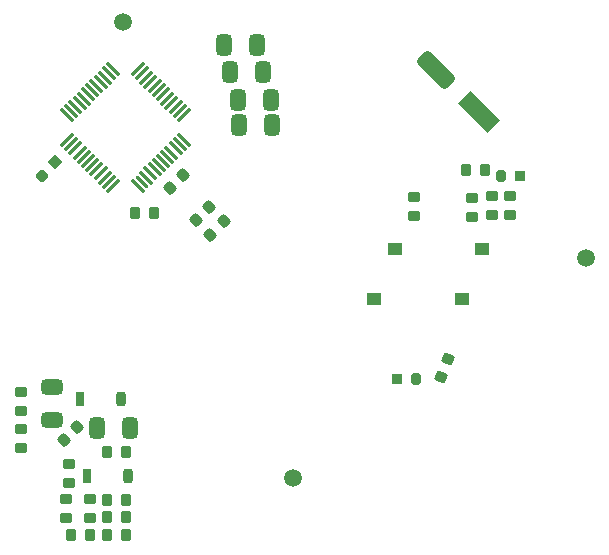
<source format=gtp>
G04*
G04 #@! TF.GenerationSoftware,Altium Limited,Altium Designer,23.11.1 (41)*
G04*
G04 Layer_Color=8421504*
%FSLAX44Y44*%
%MOMM*%
G71*
G04*
G04 #@! TF.SameCoordinates,7D9A12BA-FF4A-4FA1-B099-3E499341C767*
G04*
G04*
G04 #@! TF.FilePolarity,Positive*
G04*
G01*
G75*
G04:AMPARAMS|DCode=10|XSize=1mm|YSize=0.9mm|CornerRadius=0.225mm|HoleSize=0mm|Usage=FLASHONLY|Rotation=270.000|XOffset=0mm|YOffset=0mm|HoleType=Round|Shape=RoundedRectangle|*
%AMROUNDEDRECTD10*
21,1,1.0000,0.4500,0,0,270.0*
21,1,0.5500,0.9000,0,0,270.0*
1,1,0.4500,-0.2250,-0.2750*
1,1,0.4500,-0.2250,0.2750*
1,1,0.4500,0.2250,0.2750*
1,1,0.4500,0.2250,-0.2750*
%
%ADD10ROUNDEDRECTD10*%
G04:AMPARAMS|DCode=11|XSize=1mm|YSize=0.9mm|CornerRadius=0.225mm|HoleSize=0mm|Usage=FLASHONLY|Rotation=0.000|XOffset=0mm|YOffset=0mm|HoleType=Round|Shape=RoundedRectangle|*
%AMROUNDEDRECTD11*
21,1,1.0000,0.4500,0,0,0.0*
21,1,0.5500,0.9000,0,0,0.0*
1,1,0.4500,0.2750,-0.2250*
1,1,0.4500,-0.2750,-0.2250*
1,1,0.4500,-0.2750,0.2250*
1,1,0.4500,0.2750,0.2250*
%
%ADD11ROUNDEDRECTD11*%
G04:AMPARAMS|DCode=12|XSize=1.8mm|YSize=1.3mm|CornerRadius=0.325mm|HoleSize=0mm|Usage=FLASHONLY|Rotation=270.000|XOffset=0mm|YOffset=0mm|HoleType=Round|Shape=RoundedRectangle|*
%AMROUNDEDRECTD12*
21,1,1.8000,0.6500,0,0,270.0*
21,1,1.1500,1.3000,0,0,270.0*
1,1,0.6500,-0.3250,-0.5750*
1,1,0.6500,-0.3250,0.5750*
1,1,0.6500,0.3250,0.5750*
1,1,0.6500,0.3250,-0.5750*
%
%ADD12ROUNDEDRECTD12*%
G04:AMPARAMS|DCode=13|XSize=1.8mm|YSize=1.3mm|CornerRadius=0.325mm|HoleSize=0mm|Usage=FLASHONLY|Rotation=0.000|XOffset=0mm|YOffset=0mm|HoleType=Round|Shape=RoundedRectangle|*
%AMROUNDEDRECTD13*
21,1,1.8000,0.6500,0,0,0.0*
21,1,1.1500,1.3000,0,0,0.0*
1,1,0.6500,0.5750,-0.3250*
1,1,0.6500,-0.5750,-0.3250*
1,1,0.6500,-0.5750,0.3250*
1,1,0.6500,0.5750,0.3250*
%
%ADD13ROUNDEDRECTD13*%
G04:AMPARAMS|DCode=14|XSize=0.95mm|YSize=0.85mm|CornerRadius=0mm|HoleSize=0mm|Usage=FLASHONLY|Rotation=315.000|XOffset=0mm|YOffset=0mm|HoleType=Round|Shape=Rectangle|*
%AMROTATEDRECTD14*
4,1,4,-0.6364,0.0354,-0.0354,0.6364,0.6364,-0.0354,0.0354,-0.6364,-0.6364,0.0354,0.0*
%
%ADD14ROTATEDRECTD14*%

G04:AMPARAMS|DCode=15|XSize=0.95mm|YSize=0.85mm|CornerRadius=0.2125mm|HoleSize=0mm|Usage=FLASHONLY|Rotation=315.000|XOffset=0mm|YOffset=0mm|HoleType=Round|Shape=RoundedRectangle|*
%AMROUNDEDRECTD15*
21,1,0.9500,0.4250,0,0,315.0*
21,1,0.5250,0.8500,0,0,315.0*
1,1,0.4250,0.0354,-0.3359*
1,1,0.4250,-0.3359,0.0354*
1,1,0.4250,-0.0354,0.3359*
1,1,0.4250,0.3359,-0.0354*
%
%ADD15ROUNDEDRECTD15*%
G04:AMPARAMS|DCode=16|XSize=1mm|YSize=0.9mm|CornerRadius=0.225mm|HoleSize=0mm|Usage=FLASHONLY|Rotation=160.000|XOffset=0mm|YOffset=0mm|HoleType=Round|Shape=RoundedRectangle|*
%AMROUNDEDRECTD16*
21,1,1.0000,0.4500,0,0,160.0*
21,1,0.5500,0.9000,0,0,160.0*
1,1,0.4500,-0.1815,0.3055*
1,1,0.4500,0.3354,0.1174*
1,1,0.4500,0.1815,-0.3055*
1,1,0.4500,-0.3354,-0.1174*
%
%ADD16ROUNDEDRECTD16*%
%ADD17R,0.8500X0.9500*%
G04:AMPARAMS|DCode=18|XSize=0.95mm|YSize=0.85mm|CornerRadius=0.2125mm|HoleSize=0mm|Usage=FLASHONLY|Rotation=90.000|XOffset=0mm|YOffset=0mm|HoleType=Round|Shape=RoundedRectangle|*
%AMROUNDEDRECTD18*
21,1,0.9500,0.4250,0,0,90.0*
21,1,0.5250,0.8500,0,0,90.0*
1,1,0.4250,0.2125,0.2625*
1,1,0.4250,0.2125,-0.2625*
1,1,0.4250,-0.2125,-0.2625*
1,1,0.4250,-0.2125,0.2625*
%
%ADD18ROUNDEDRECTD18*%
%ADD19R,1.2000X1.0000*%
%ADD20R,0.8000X1.2000*%
G04:AMPARAMS|DCode=21|XSize=1.2mm|YSize=0.8mm|CornerRadius=0.2mm|HoleSize=0mm|Usage=FLASHONLY|Rotation=90.000|XOffset=0mm|YOffset=0mm|HoleType=Round|Shape=RoundedRectangle|*
%AMROUNDEDRECTD21*
21,1,1.2000,0.4000,0,0,90.0*
21,1,0.8000,0.8000,0,0,90.0*
1,1,0.4000,0.2000,0.4000*
1,1,0.4000,0.2000,-0.4000*
1,1,0.4000,-0.2000,-0.4000*
1,1,0.4000,-0.2000,0.4000*
%
%ADD21ROUNDEDRECTD21*%
G04:AMPARAMS|DCode=22|XSize=1.475mm|YSize=0.3mm|CornerRadius=0.075mm|HoleSize=0mm|Usage=FLASHONLY|Rotation=225.000|XOffset=0mm|YOffset=0mm|HoleType=Round|Shape=RoundedRectangle|*
%AMROUNDEDRECTD22*
21,1,1.4750,0.1500,0,0,225.0*
21,1,1.3250,0.3000,0,0,225.0*
1,1,0.1500,-0.5215,-0.4154*
1,1,0.1500,0.4154,0.5215*
1,1,0.1500,0.5215,0.4154*
1,1,0.1500,-0.4154,-0.5215*
%
%ADD22ROUNDEDRECTD22*%
G04:AMPARAMS|DCode=23|XSize=1.475mm|YSize=0.3mm|CornerRadius=0.075mm|HoleSize=0mm|Usage=FLASHONLY|Rotation=135.000|XOffset=0mm|YOffset=0mm|HoleType=Round|Shape=RoundedRectangle|*
%AMROUNDEDRECTD23*
21,1,1.4750,0.1500,0,0,135.0*
21,1,1.3250,0.3000,0,0,135.0*
1,1,0.1500,-0.4154,0.5215*
1,1,0.1500,0.5215,-0.4154*
1,1,0.1500,0.4154,-0.5215*
1,1,0.1500,-0.5215,0.4154*
%
%ADD23ROUNDEDRECTD23*%
G04:AMPARAMS|DCode=24|XSize=1.475mm|YSize=0.3mm|CornerRadius=0mm|HoleSize=0mm|Usage=FLASHONLY|Rotation=135.000|XOffset=0mm|YOffset=0mm|HoleType=Round|Shape=Round|*
%AMOVALD24*
21,1,1.1750,0.3000,0.0000,0.0000,135.0*
1,1,0.3000,0.4154,-0.4154*
1,1,0.3000,-0.4154,0.4154*
%
%ADD24OVALD24*%

G04:AMPARAMS|DCode=25|XSize=1.475mm|YSize=0.3mm|CornerRadius=0mm|HoleSize=0mm|Usage=FLASHONLY|Rotation=135.000|XOffset=0mm|YOffset=0mm|HoleType=Round|Shape=Rectangle|*
%AMROTATEDRECTD25*
4,1,4,0.6276,-0.4154,0.4154,-0.6276,-0.6276,0.4154,-0.4154,0.6276,0.6276,-0.4154,0.0*
%
%ADD25ROTATEDRECTD25*%

G04:AMPARAMS|DCode=27|XSize=1.5mm|YSize=3.5mm|CornerRadius=0mm|HoleSize=0mm|Usage=FLASHONLY|Rotation=225.000|XOffset=0mm|YOffset=0mm|HoleType=Round|Shape=Rectangle|*
%AMROTATEDRECTD27*
4,1,4,-0.7071,1.7678,1.7678,-0.7071,0.7071,-1.7678,-1.7678,0.7071,-0.7071,1.7678,0.0*
%
%ADD27ROTATEDRECTD27*%

G04:AMPARAMS|DCode=28|XSize=1.5mm|YSize=3.5mm|CornerRadius=0.375mm|HoleSize=0mm|Usage=FLASHONLY|Rotation=225.000|XOffset=0mm|YOffset=0mm|HoleType=Round|Shape=RoundedRectangle|*
%AMROUNDEDRECTD28*
21,1,1.5000,2.7500,0,0,225.0*
21,1,0.7500,3.5000,0,0,225.0*
1,1,0.7500,-1.2374,0.7071*
1,1,0.7500,-0.7071,1.2374*
1,1,0.7500,1.2374,-0.7071*
1,1,0.7500,0.7071,-1.2374*
%
%ADD28ROUNDEDRECTD28*%
G04:AMPARAMS|DCode=29|XSize=1mm|YSize=0.9mm|CornerRadius=0.225mm|HoleSize=0mm|Usage=FLASHONLY|Rotation=135.000|XOffset=0mm|YOffset=0mm|HoleType=Round|Shape=RoundedRectangle|*
%AMROUNDEDRECTD29*
21,1,1.0000,0.4500,0,0,135.0*
21,1,0.5500,0.9000,0,0,135.0*
1,1,0.4500,-0.0354,0.3536*
1,1,0.4500,0.3536,-0.0354*
1,1,0.4500,0.0354,-0.3536*
1,1,0.4500,-0.3536,0.0354*
%
%ADD29ROUNDEDRECTD29*%
%ADD30C,1.5000*%
D10*
X171000Y9000D02*
D03*
X155000D02*
D03*
X224889Y281548D02*
D03*
X208889D02*
D03*
X489305Y317870D02*
D03*
X505305D02*
D03*
X185493Y39142D02*
D03*
X201493D02*
D03*
X201493Y79142D02*
D03*
X185493D02*
D03*
X201493Y9142D02*
D03*
X185493Y9142D02*
D03*
Y24142D02*
D03*
X201493D02*
D03*
D11*
X112875Y82875D02*
D03*
X112875Y98875D02*
D03*
X494257Y294374D02*
D03*
Y278374D02*
D03*
X511529Y296406D02*
D03*
Y280406D02*
D03*
X445235Y279644D02*
D03*
Y295644D02*
D03*
X153493Y53642D02*
D03*
Y69642D02*
D03*
X150993Y39642D02*
D03*
Y23642D02*
D03*
X112500Y114500D02*
D03*
X112500Y130500D02*
D03*
X170993Y39642D02*
D03*
Y23642D02*
D03*
X526500Y280500D02*
D03*
Y296500D02*
D03*
D12*
X176678Y99822D02*
D03*
X204678D02*
D03*
X312493Y424142D02*
D03*
X284493D02*
D03*
X324993Y356642D02*
D03*
X296993D02*
D03*
X324566Y377952D02*
D03*
X296566D02*
D03*
X317493Y401642D02*
D03*
X289493D02*
D03*
D13*
X138354Y106650D02*
D03*
Y134650D02*
D03*
D14*
X141648Y325112D02*
D03*
D15*
X129980Y313444D02*
D03*
D16*
X468279Y142967D02*
D03*
X473751Y158002D02*
D03*
D17*
X430840Y141478D02*
D03*
X535273Y313552D02*
D03*
D18*
X447340Y141478D02*
D03*
X518773Y313552D02*
D03*
D19*
X503063Y251068D02*
D03*
X429063D02*
D03*
X485621Y209412D02*
D03*
X411621D02*
D03*
D20*
X168493Y59142D02*
D03*
X162263Y124142D02*
D03*
D21*
X203493Y59142D02*
D03*
X197263Y124142D02*
D03*
D22*
X190471Y304730D02*
D03*
X186935Y308265D02*
D03*
X183400Y311801D02*
D03*
X179864Y315336D02*
D03*
X176329Y318872D02*
D03*
X172793Y322407D02*
D03*
X165722Y329478D02*
D03*
X162187Y333014D02*
D03*
X158651Y336549D02*
D03*
X155116Y340085D02*
D03*
X151580Y343620D02*
D03*
X211514Y403555D02*
D03*
X215050Y400019D02*
D03*
X218585Y396484D02*
D03*
X222121Y392948D02*
D03*
X225657Y389413D02*
D03*
X229192Y385877D02*
D03*
X232728Y382342D02*
D03*
X236263Y378806D02*
D03*
X239799Y375271D02*
D03*
X243334Y371735D02*
D03*
X246870Y368200D02*
D03*
X250405Y364664D02*
D03*
X169258Y325943D02*
D03*
D23*
X151580Y364664D02*
D03*
X155116Y368200D02*
D03*
X158651Y371735D02*
D03*
X162187Y375271D02*
D03*
X165722Y378806D02*
D03*
X169258Y382342D02*
D03*
X172793Y385877D02*
D03*
X176329Y389413D02*
D03*
X179864Y392948D02*
D03*
X183400Y396484D02*
D03*
X186935Y400019D02*
D03*
X190471Y403555D02*
D03*
X250405Y343620D02*
D03*
X246870Y340085D02*
D03*
X243334Y336549D02*
D03*
X239799Y333014D02*
D03*
X236263Y329478D02*
D03*
X232728Y325943D02*
D03*
X229192Y322407D02*
D03*
X225657Y318872D02*
D03*
X222121Y315336D02*
D03*
X218585Y311801D02*
D03*
D24*
X215050Y308265D02*
D03*
D25*
X211514Y304730D02*
D03*
D27*
X500024Y367111D02*
D03*
D28*
X463961Y403173D02*
D03*
D29*
X260336Y275986D02*
D03*
X271649Y287299D02*
D03*
X284149Y274799D02*
D03*
X272836Y263486D02*
D03*
X238664Y302815D02*
D03*
X249977Y314129D02*
D03*
X159828Y100722D02*
D03*
X148514Y89408D02*
D03*
D30*
X199173Y443502D02*
D03*
X342831Y57698D02*
D03*
X590537Y243924D02*
D03*
M02*

</source>
